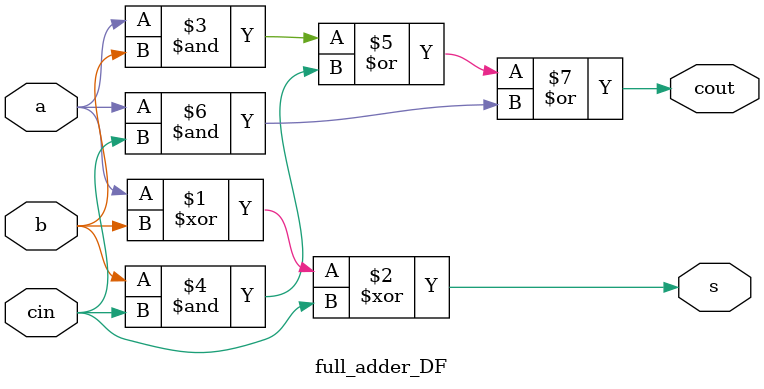
<source format=v>
module Lab1_ex1_2(SW,LEDG,LEDR);
	input[17:0] SW;
	output[7:0] LEDG;
	output[17:0] LEDR;
	assign LEDR=SW;
	full_adder_DF UUT(SW[4],SW[3],SW[2],LEDG[3],LEDG[2]);
endmodule

module full_adder_DF(a, b, cin,s, cout);
  input a,b,cin;
  output s, cout;
	assign s = a ^ b ^ cin;
  assign cout = (a & b) | (b & cin) | (a & cin);
endmodule

</source>
